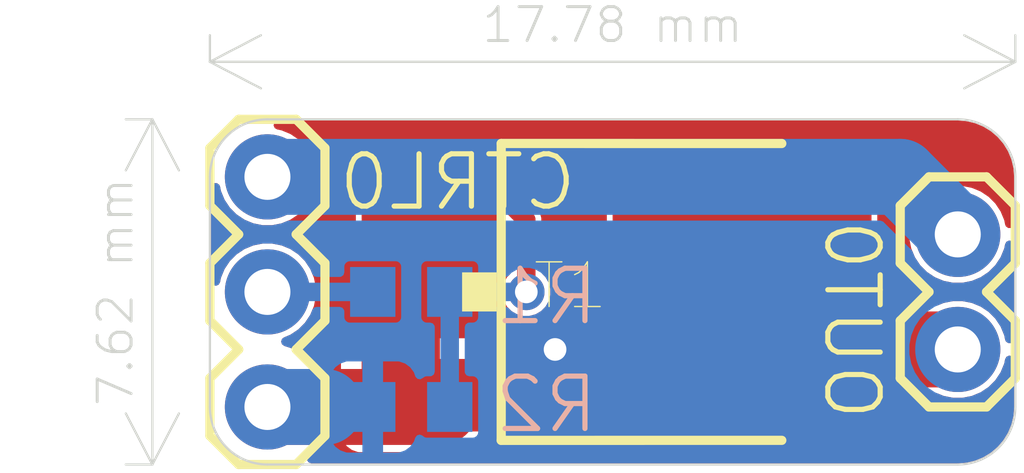
<source format=kicad_pcb>
(kicad_pcb (version 20241229) (generator "pcbnew") (generator_version "9.0")
  (layers (0 "F.Cu" signal) (2 "B.Cu" signal) (13 "F.Paste" user) (15 "B.Paste" user) (5 "F.SilkS" user "F.Silkscreen") (7 "B.SilkS" user "B.Silkscreen") (1 "F.Mask" user) (3 "B.Mask" user) (25 "Edge.Cuts" user))
  (net 0 "")
  (net 1 "N$4")
  (net 2 "GND")
  (net 3 "N$1")
  (net 4 "12V")
  (net 5 "N$2")
  (footprint "MOSFET breakout:DPAK" (layer "F.Cu") (at 149.7711 105.0036 -90)
    (property "Reference" "T1" (at 0.4445 3.067 0) (layer "F.SilkS") (effects (font (size 0.986089 0.986089) (thickness 0.029911)) (justify left bottom)))
    (property "Value" "")
    (fp_line (start -3.277 3.729) (end -3.2766 -2.4654) (stroke (width 0.2032)) (layer "F.SilkS"))
    (fp_line (start 3.277 3.729) (end -3.277 3.729) (stroke (width 0.2032)) (layer "F.SilkS"))
    (fp_line (start 3.2766 -2.4654) (end 3.277 3.729) (stroke (width 0.2032)) (layer "F.SilkS"))
    (fp_poly (pts (xy -0.4318 4.5926) (xy 0.4318 4.5926) (xy 0.4318 3.8306) (xy -0.4318 3.8306)) (fill yes) (layer "F.SilkS"))
    (pad "1" smd rect (at -2.28 5.31 270) (size 1.6 3) (layers "F.Cu" "F.Mask" "F.Paste") (net 3 "N$1"))
    (pad "3" smd rect (at 2.28 5.31 270) (size 1.6 3) (layers "F.Cu" "F.Mask" "F.Paste") (net 2 "GND"))
    (pad "4" smd rect (at 0 -1.588 270) (size 4.826 5.715) (layers "F.Cu" "F.Mask" "F.Paste") (net 1 "N$4"))
  )
  (footprint "MOSFET breakout:1X02" (layer "F.Cu") (at 156.1211 103.7336 -90)
    (property "Reference" "OUT0" (at -0.3937 1.6637 -90) (layer "F.SilkS") (effects (font (size 1.1557 1.1557) (thickness 0.1143)) (justify right top mirror)))
    (property "Value" "")
    (fp_line (start 0.635 1.27) (end -0.635 1.27) (stroke (width 0.2032)) (layer "F.SilkS"))
    (fp_line (start 1.905 1.27) (end 1.27 0.635) (stroke (width 0.2032)) (layer "F.SilkS"))
    (fp_line (start 3.175 1.27) (end 1.905 1.27) (stroke (width 0.2032)) (layer "F.SilkS"))
    (fp_line (start -1.27 0.635) (end -0.635 1.27) (stroke (width 0.2032)) (layer "F.SilkS"))
    (fp_line (start 1.27 0.635) (end 0.635 1.27) (stroke (width 0.2032)) (layer "F.SilkS"))
    (fp_line (start 3.81 0.635) (end 3.175 1.27) (stroke (width 0.2032)) (layer "F.SilkS"))
    (fp_line (start -1.27 -0.635) (end -1.27 0.635) (stroke (width 0.2032)) (layer "F.SilkS"))
    (fp_line (start 1.27 -0.635) (end 1.905 -1.27) (stroke (width 0.2032)) (layer "F.SilkS"))
    (fp_line (start 3.81 -0.635) (end 3.81 0.635) (stroke (width 0.2032)) (layer "F.SilkS"))
    (fp_line (start -0.635 -1.27) (end -1.27 -0.635) (stroke (width 0.2032)) (layer "F.SilkS"))
    (fp_line (start -0.635 -1.27) (end 0.635 -1.27) (stroke (width 0.2032)) (layer "F.SilkS"))
    (fp_line (start 0.635 -1.27) (end 1.27 -0.635) (stroke (width 0.2032)) (layer "F.SilkS"))
    (fp_line (start 1.905 -1.27) (end 3.175 -1.27) (stroke (width 0.2032)) (layer "F.SilkS"))
    (fp_line (start 3.175 -1.27) (end 3.81 -0.635) (stroke (width 0.2032)) (layer "F.SilkS"))
    (pad "1" thru_hole circle (at 0 0) (size 1.8796 1.8796) (drill 1.016) (layers "*.Cu" "*.Mask") (net 4 "12V"))
    (pad "2" thru_hole circle (at 2.54 0) (size 1.8796 1.8796) (drill 1.016) (layers "*.Cu" "*.Mask") (net 1 "N$4"))
  )
  (footprint "MOSFET breakout:1X03" (layer "F.Cu") (at 140.8811 107.5436 90)
    (property "Reference" "CTRL0" (at 5.6388 1.5113 0) (layer "F.SilkS") (effects (font (size 1.1557 1.1557) (thickness 0.1143)) (justify right top mirror)))
    (property "Value" "")
    (fp_line (start 5.715 -1.27) (end 6.35 -0.635) (stroke (width 0.2032)) (layer "F.SilkS"))
    (fp_line (start 4.445 -1.27) (end 5.715 -1.27) (stroke (width 0.2032)) (layer "F.SilkS"))
    (fp_line (start 3.175 -1.27) (end 3.81 -0.635) (stroke (width 0.2032)) (layer "F.SilkS"))
    (fp_line (start 1.905 -1.27) (end 3.175 -1.27) (stroke (width 0.2032)) (layer "F.SilkS"))
    (fp_line (start 0.635 -1.27) (end 1.27 -0.635) (stroke (width 0.2032)) (layer "F.SilkS"))
    (fp_line (start -0.635 -1.27) (end 0.635 -1.27) (stroke (width 0.2032)) (layer "F.SilkS"))
    (fp_line (start -0.635 -1.27) (end -1.27 -0.635) (stroke (width 0.2032)) (layer "F.SilkS"))
    (fp_line (start 6.35 -0.635) (end 6.35 0.635) (stroke (width 0.2032)) (layer "F.SilkS"))
    (fp_line (start 3.81 -0.635) (end 4.445 -1.27) (stroke (width 0.2032)) (layer "F.SilkS"))
    (fp_line (start 1.27 -0.635) (end 1.905 -1.27) (stroke (width 0.2032)) (layer "F.SilkS"))
    (fp_line (start -1.27 -0.635) (end -1.27 0.635) (stroke (width 0.2032)) (layer "F.SilkS"))
    (fp_line (start 6.35 0.635) (end 5.715 1.27) (stroke (width 0.2032)) (layer "F.SilkS"))
    (fp_line (start 3.81 0.635) (end 3.175 1.27) (stroke (width 0.2032)) (layer "F.SilkS"))
    (fp_line (start 1.27 0.635) (end 0.635 1.27) (stroke (width 0.2032)) (layer "F.SilkS"))
    (fp_line (start -1.27 0.635) (end -0.635 1.27) (stroke (width 0.2032)) (layer "F.SilkS"))
    (fp_line (start 5.715 1.27) (end 4.445 1.27) (stroke (width 0.2032)) (layer "F.SilkS"))
    (fp_line (start 4.445 1.27) (end 3.81 0.635) (stroke (width 0.2032)) (layer "F.SilkS"))
    (fp_line (start 3.175 1.27) (end 1.905 1.27) (stroke (width 0.2032)) (layer "F.SilkS"))
    (fp_line (start 1.905 1.27) (end 1.27 0.635) (stroke (width 0.2032)) (layer "F.SilkS"))
    (fp_line (start 0.635 1.27) (end -0.635 1.27) (stroke (width 0.2032)) (layer "F.SilkS"))
    (pad "1" thru_hole circle (at 0 0 180) (size 1.8796 1.8796) (drill 1.016) (layers "*.Cu" "*.Mask") (net 2 "GND"))
    (pad "2" thru_hole circle (at 2.54 0 180) (size 1.8796 1.8796) (drill 1.016) (layers "*.Cu" "*.Mask") (net 5 "N$2"))
    (pad "3" thru_hole circle (at 5.08 0 180) (size 1.8796 1.8796) (drill 1.016) (layers "*.Cu" "*.Mask") (net 4 "12V"))
  )
  (footprint "MOSFET breakout:R603" (layer "B.Cu") (at 144.0561 107.5436)
    (property "Reference" "R2" (at 1.778 -0.73025 0) (layer "B.SilkS") (effects (font (size 1.1557 1.1557) (thickness 0.1143)) (justify right top mirror)))
    (property "Value" "")
    (pad "1" smd rect (at -0.85 0) (size 1 1.1) (layers "B.Cu" "B.Mask" "B.Paste") (net 2 "GND"))
    (pad "2" smd rect (at 0.85 0) (size 1 1.1) (layers "B.Cu" "B.Mask" "B.Paste") (net 3 "N$1"))
  )
  (footprint "MOSFET breakout:R603" (layer "B.Cu") (at 144.0561 105.0036)
    (property "Reference" "R1" (at 1.778 -0.5715 0) (layer "B.SilkS") (effects (font (size 1.1557 1.1557) (thickness 0.1143)) (justify right top mirror)))
    (property "Value" "1k" (hide yes))
    (pad "1" smd rect (at -0.85 0) (size 1 1.1) (layers "B.Cu" "B.Mask" "B.Paste") (net 5 "N$2"))
    (pad "2" smd rect (at 0.85 0) (size 1 1.1) (layers "B.Cu" "B.Mask" "B.Paste") (net 3 "N$1"))
  )
  (gr_line (start 157.3911 107.5436) (end 157.3911 102.4636) (stroke (width 0.05)) (layer "Edge.Cuts"))
  (gr_arc (start 140.8811 108.8136) (mid 139.983074 108.441626) (end 139.6111 107.5436) (stroke (width 0.05)) (layer "Edge.Cuts"))
  (gr_arc (start 156.1211 101.1936) (mid 157.019126 101.565574) (end 157.3911 102.4636) (stroke (width 0.05)) (layer "Edge.Cuts"))
  (gr_line (start 140.8811 108.8136) (end 156.1211 108.8136) (stroke (width 0.05)) (layer "Edge.Cuts"))
  (gr_line (start 156.1211 101.1936) (end 140.8811 101.1936) (stroke (width 0.05)) (layer "Edge.Cuts"))
  (gr_arc (start 139.6111 102.4636) (mid 139.983074 101.565574) (end 140.8811 101.1936) (stroke (width 0.05)) (layer "Edge.Cuts"))
  (gr_line (start 139.6111 102.4636) (end 139.6111 107.5436) (stroke (width 0.05)) (layer "Edge.Cuts"))
  (gr_arc (start 157.3911 107.5436) (mid 157.019126 108.441626) (end 156.1211 108.8136) (stroke (width 0.05)) (layer "Edge.Cuts"))
  (dimension (type aligned) (layer "Edge.Cuts") (pts (xy 139.6111 99.9236) (xy 157.3911 99.9236)) (height 0) (format (prefix "") (suffix "") (units 2) (units_format 1) (precision 2)) (style (thickness 0.05) (arrow_length 1.27) (text_position_mode 0) (arrow_direction outward) (extension_height 0.58642) (extension_offset 0) (keep_text_aligned yes)) (gr_text "17.78 mm" (at 148.5011 99.1108 0) (layer "Edge.Cuts") (effects (font (size 0.747776 0.747776) (thickness 0.065024)))))
  (dimension (type aligned) (layer "Edge.Cuts") (pts (xy 138.3411 108.8136) (xy 138.3411 101.1936)) (height 0) (format (prefix "") (suffix "") (units 2) (units_format 1) (precision 2)) (style (thickness 0.05) (arrow_length 1.27) (text_position_mode 0) (arrow_direction outward) (extension_height 0.58642) (extension_offset 0) (keep_text_aligned yes)) (gr_text "7.62 mm" (at 137.5283 105.0036 90) (layer "Edge.Cuts") (effects (font (size 0.747776 0.747776) (thickness 0.065024)))))
  (segment (start 152.6291 106.2736) (end 151.3591 105.0036) (width 1.6764) (layer "F.Cu") (net 1))
  (segment (start 156.1211 106.2736) (end 152.6291 106.2736) (width 1.6764) (layer "F.Cu") (net 1))
  (segment (start 140.8811 107.5436) (end 144.6911 107.5436) (width 1.6764) (layer "F.Cu") (net 2))
  (via (at 147.2311 106.2736) (size 0.8048) (drill 0.5) (layers "F.Cu" "B.Cu") (net 2))
  (segment (start 140.8811 107.5436) (end 142.1511 107.5436) (width 1.6764) (layer "B.Cu") (net 2))
  (segment (start 146.5961 103.4161) (end 145.9611 102.7811) (width 0.4064) (layer "F.Cu") (net 3))
  (segment (start 145.9611 102.7811) (end 144.5186 102.7811) (width 0.4064) (layer "F.Cu") (net 3))
  (segment (start 146.5961 105.0036) (end 146.5961 103.4161) (width 0.4064) (layer "F.Cu") (net 3))
  (segment (start 144.5186 102.7811) (end 144.4611 102.7236) (width 0.4064) (layer "F.Cu") (net 3))
  (via (at 146.5961 105.0036) (size 0.8048) (drill 0.5) (layers "F.Cu" "B.Cu") (net 3))
  (segment (start 144.9061 105.0036) (end 146.5961 105.0036) (width 0.4064) (layer "B.Cu") (net 3))
  (segment (start 144.9061 105.0036) (end 144.9061 107.5436) (width 0.4064) (layer "B.Cu") (net 3))
  (segment (start 140.8811 102.4636) (end 154.8511 102.4636) (width 1.6764) (layer "B.Cu") (net 4))
  (segment (start 154.8511 102.4636) (end 156.1211 103.7336) (width 1.6764) (layer "B.Cu") (net 4))
  (segment (start 140.8811 105.0036) (end 143.2061 105.0036) (width 0.4064) (layer "B.Cu") (net 5))
  (zone (net 2) (net_name "GND") (layer "F.Cu") (priority 6) (connect_pads (clearance 0.000001)) (min_thickness 0.2032) (fill yes (thermal_gap 0.4564) (thermal_bridge_width 0.4564))
    (polygon (pts (xy 157.5943 109.0168) (xy 139.4079 109.0168) (xy 139.4079 100.9904) (xy 157.5943 100.9904)))
  )
  (zone (net 2) (net_name "GND") (layer "B.Cu") (priority 6) (connect_pads (clearance 0.000001)) (min_thickness 0.2032) (fill yes (thermal_gap 0.4564) (thermal_bridge_width 0.4564))
    (polygon (pts (xy 157.5943 109.0168) (xy 139.4079 109.0168) (xy 139.4079 100.9904) (xy 157.5943 100.9904)))
  )
)
</source>
